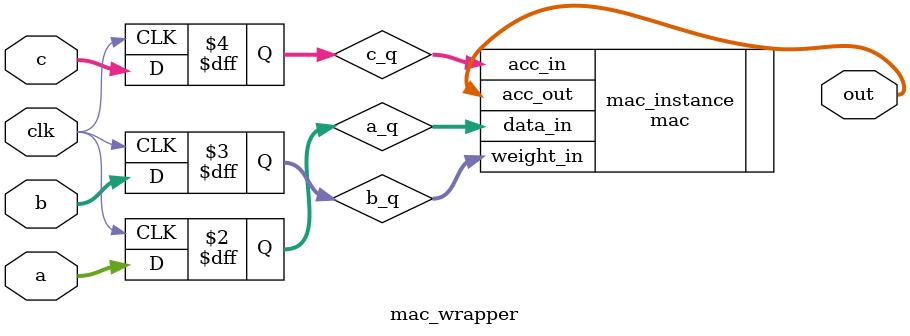
<source format=v>
module mac_wrapper (clk, out, a, b, c);

parameter bw = 4;
parameter psum_bw = 16;

output [psum_bw-1:0] out;
input  [bw-1:0] a;
input  [bw-1:0] b;
input  [psum_bw-1:0] c;
input  clk;

reg    [bw-1:0] a_q;
reg    [bw-1:0] b_q;
reg    [psum_bw-1:0] c_q;

mac #(.DATA_WIDTH(bw), .SUM_WIDTH(psum_bw)) mac_instance (
        .data_in(a_q), 
        .weight_in(b_q),
        .acc_in(c_q),
	.acc_out(out)
); 

always @ (posedge clk) begin
        b_q  <= b;
        a_q  <= a;
        c_q  <= c;
end

endmodule

</source>
